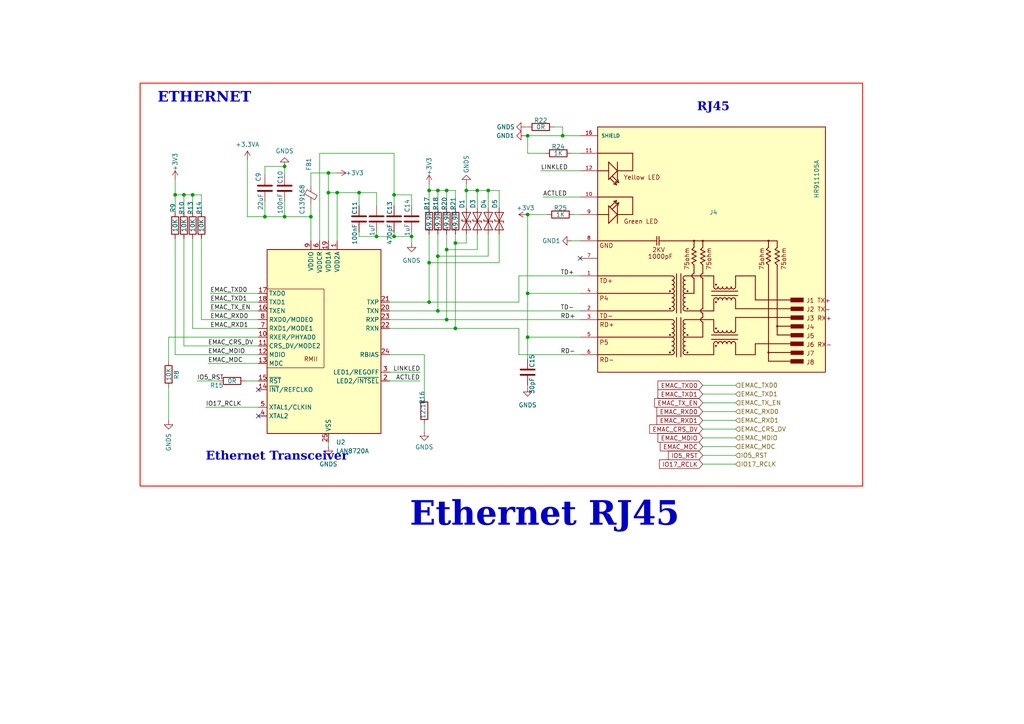
<source format=kicad_sch>
(kicad_sch (version 20231120) (generator "eeschema") (generator_version "8.0")
  (paper "A4")
  (lib_symbols
    (symbol "Device:C" (pin_numbers hide) (pin_names (offset 0.254))
      (property "Reference" "C" (at 0.635 2.54 0))
      (property "Value" "C" (at 0.635 -2.54 0))
      (symbol "C_1_1"
        (pin passive line (at 0 3.81 270) (length 2.794) (name "~") (number "1"))
        (pin passive line (at 0 -3.81 90) (length 2.794) (name "~") (number "2"))
      )
    )
    (symbol "Device:FerriteBead_Small" (pin_numbers hide) (pin_names (offset 0))
      (property "Reference" "FB" (at 1.905 1.27 0))
      (property "Value" "FerriteBead_Small" (at 1.905 -1.27 0))
      (symbol "FerriteBead_Small_1_1"
        (pin passive line (at 0 2.54 270) (length 1.27) (name "~") (number "1"))
        (pin passive line (at 0 -2.54 90) (length 1.27) (name "~") (number "2"))
      )
    )
    (symbol "Device:R" (pin_numbers hide) (pin_names (offset 0))
      (property "Reference" "R" (at 2.032 0 90))
      (property "Value" "R" (at 0 0 90))
      (symbol "R_1_1"
        (pin passive line (at 0 3.81 270) (length 1.27) (name "~") (number "1"))
        (pin passive line (at 0 -3.81 90) (length 1.27) (name "~") (number "2"))
      )
    )
    (symbol "Diode:ESD9B3.3ST5G" (pin_numbers hide) (pin_names (offset 1.016) hide)
      (property "Reference" "D" (at 0 2.54 0))
      (property "Value" "ESD9B3.3ST5G" (at 0 -2.54 0))
      (symbol "ESD9B3.3ST5G_1_1"
        (pin passive line (at -3.81 0 0) (length 2.54) (name "A1") (number "1"))
        (pin passive line (at 3.81 0 180) (length 2.54) (name "A2") (number "2"))
      )
    )
    (symbol "HR911105A:HR911105A" (pin_names (offset 1.016))
      (property "Reference" "J1" (at 36.195 1.27 0))
      (property "Value" "HR911105A" (at 30.48 -26.035 90))
      (symbol "HR911105A_0_0"
        (text "1000pF" (at -18.5009 1.2418 0) (effects (font (size 1.2759 1.2759)) (justify left bottom)))
        (text "2KV" (at -17.2312 -0.672 0) (effects (font (size 1.2764 1.2764)) (justify left bottom)))
        (text "75ohm" (at -6.39 -0.6549 900) (effects (font (size 1.278 1.278)) (justify left bottom)))
        (text "75ohm" (at 0 -0.6673 900) (effects (font (size 1.2758 1.2758)) (justify left bottom)))
        (text "75ohm" (at 15.335 -0.6618 900) (effects (font (size 1.2779 1.2779)) (justify left bottom)))
        (text "75ohm" (at 21.6925 -0.6552 900) (effects (font (size 1.276 1.276)) (justify left bottom)))
        (text "GND" (at -32.5483 -1.9146 0) (effects (font (size 1.2764 1.2764)) (justify left bottom)))
        (text "Green LED" (at -25.4919 -8.9222 0) (effects (font (size 1.2757 1.2757)) (justify left bottom)))
        (text "J1 TX+" (at 27.4391 14.0069 0) (effects (font (size 1.2765 1.2765)) (justify left bottom)))
        (text "J2 TX-" (at 27.4571 16.5812 0) (effects (font (size 1.2773 1.2773)) (justify left bottom)))
        (text "J3 RX+" (at 27.4566 19.1518 0) (effects (font (size 1.2771 1.2771)) (justify left bottom)))
        (text "J4" (at 27.4594 21.7053 0) (effects (font (size 1.2773 1.2773)) (justify left bottom)))
        (text "J5" (at 27.4773 24.265 0) (effects (font (size 1.2782 1.2782)) (justify left bottom)))
        (text "J6 RX-" (at 27.4683 26.8166 0) (effects (font (size 1.2777 1.2777)) (justify left bottom)))
        (text "J7" (at 27.469 29.3671 0) (effects (font (size 1.2778 1.2778)) (justify left bottom)))
        (text "J8" (at 27.4681 31.9296 0) (effects (font (size 1.2777 1.2777)) (justify left bottom)))
        (text "P4" (at -32.5444 13.4006 0) (effects (font (size 1.2763 1.2763)) (justify left bottom)))
        (text "P5" (at -32.5348 26.1555 0) (effects (font (size 1.2759 1.2759)) (justify left bottom)))
        (text "RD+" (at -32.4935 21.0252 0) (effects (font (size 1.2743 1.2743)) (justify left bottom)))
        (text "RD-" (at -32.4987 31.2242 0) (effects (font (size 1.2745 1.2745)) (justify left bottom)))
        (text "TD+" (at -32.5695 8.302 0) (effects (font (size 1.2772 1.2772)) (justify left bottom)))
        (text "TD-" (at -32.5142 18.4885 0) (effects (font (size 1.2751 1.2751)) (justify left bottom)))
        (text "Yellow LED" (at -25.5352 -21.705 0) (effects (font (size 1.2791 1.2791)) (justify left bottom)))
        (pin passive line (at -38.1 7.62 0) (length 5.08) (name "~") (number "1"))
        (pin passive line (at -38.1 -15.24 0) (length 5.08) (name "~") (number "10"))
        (pin passive line (at -38.1 -27.94 0) (length 5.08) (name "~") (number "11"))
        (pin passive line (at -38.1 -22.86 0) (length 5.08) (name "~") (number "12"))
        (pin passive line (at -38.1 -33.02 0) (length 5.08) (name "SHIELD") (number "15"))
        (pin passive line (at -38.1 -33.02 0) (length 5.08) (name "SHIELD") (number "16"))
        (pin passive line (at -38.1 17.78 0) (length 5.08) (name "~") (number "2"))
        (pin passive line (at -38.1 20.32 0) (length 5.08) (name "~") (number "3"))
        (pin passive line (at -38.1 12.7 0) (length 5.08) (name "~") (number "4"))
        (pin passive line (at -38.1 25.4 0) (length 5.08) (name "~") (number "5"))
        (pin passive line (at -38.1 30.48 0) (length 5.08) (name "~") (number "6"))
        (pin power_in line (at -38.1 -2.54 0) (length 5.08) (name "~") (number "8"))
        (pin passive line (at -38.1 -10.16 0) (length 5.08) (name "~") (number "9"))
      )
      (symbol "HR911105A_1_0"
        (pin power_in line (at -38.1 2.54 0) (length 5.08) (name "~") (number "7"))
      )
    )
    (symbol "Interface_Ethernet:LAN8720A"
      (property "Reference" "U" (at -13.97 29.21 0))
      (property "Value" "LAN8720A" (at 15.24 29.21 0))
      (symbol "LAN8720A_0_0"
        (text "RMII" (at -5.08 -3.81 0) (effects (font (size 1.27 1.27))))
      )
      (symbol "LAN8720A_1_1"
        (pin power_in line (at 2.54 30.48 270) (length 2.54) (name "VDD2A") (number "1"))
        (pin output line (at -20.32 2.54 0) (length 2.54) (name "RXER/PHYAD0") (number "10"))
        (pin bidirectional line (at -20.32 0 0) (length 2.54) (name "CRS_DV/MODE2") (number "11"))
        (pin bidirectional line (at -20.32 -2.54 0) (length 2.54) (name "MDIO") (number "12"))
        (pin input line (at -20.32 -5.08 0) (length 2.54) (name "MDC") (number "13"))
        (pin output line (at -20.32 -12.7 0) (length 2.54) (name "~{INT}/REFCLKO") (number "14"))
        (pin input line (at -20.32 -10.16 0) (length 2.54) (name "~{RST}") (number "15"))
        (pin input line (at -20.32 10.16 0) (length 2.54) (name "TXEN") (number "16"))
        (pin input line (at -20.32 15.24 0) (length 2.54) (name "TXD0") (number "17"))
        (pin input line (at -20.32 12.7 0) (length 2.54) (name "TXD1") (number "18"))
        (pin power_in line (at 0 30.48 270) (length 2.54) (name "VDD1A") (number "19"))
        (pin bidirectional line (at 17.78 -10.16 180) (length 2.54) (name "LED2/~{INTSEL}") (number "2"))
        (pin bidirectional line (at 17.78 10.16 180) (length 2.54) (name "TXN") (number "20"))
        (pin bidirectional line (at 17.78 12.7 180) (length 2.54) (name "TXP") (number "21"))
        (pin bidirectional line (at 17.78 5.08 180) (length 2.54) (name "RXN") (number "22"))
        (pin bidirectional line (at 17.78 7.62 180) (length 2.54) (name "RXP") (number "23"))
        (pin passive line (at 17.78 -2.54 180) (length 2.54) (name "RBIAS") (number "24"))
        (pin power_in line (at 0 -27.94 90) (length 2.54) (name "VSS") (number "25"))
        (pin bidirectional line (at 17.78 -7.62 180) (length 2.54) (name "LED1/REGOFF") (number "3"))
        (pin output line (at -20.32 -20.32 0) (length 2.54) (name "XTAL2") (number "4"))
        (pin input line (at -20.32 -17.78 0) (length 2.54) (name "XTAL1/CLKIN") (number "5"))
        (pin power_in line (at -2.54 30.48 270) (length 2.54) (name "VDDCR") (number "6"))
        (pin bidirectional line (at -20.32 5.08 0) (length 2.54) (name "RXD1/MODE1") (number "7"))
        (pin bidirectional line (at -20.32 7.62 0) (length 2.54) (name "RXD0/MODE0") (number "8"))
        (pin power_in line (at -5.08 30.48 270) (length 2.54) (name "VDDIO") (number "9"))
      )
    )
    (symbol "power:+3.3VA" (power) (pin_names (offset 0))
      (property "Value" "+3.3VA" (at 0 3.556 0))
      (symbol "+3.3VA_1_1"
        (pin power_in line (at 0 0 90) (length 0) hide (name "+3.3VA") (number "1"))
      )
    )
    (symbol "power:+3V3" (power) (pin_names (offset 0))
      (property "Value" "+3V3" (at 0 3.556 0))
      (symbol "+3V3_1_1"
        (pin power_in line (at 0 0 90) (length 0) hide (name "+3V3") (number "1"))
      )
    )
    (symbol "power:GND1" (power) (pin_names (offset 0))
      (property "Value" "GND1" (at 0 -3.81 0))
      (symbol "GND1_1_1"
        (pin power_in line (at 0 0 270) (length 0) hide (name "GND1") (number "1"))
      )
    )
    (symbol "power:GNDS" (power) (pin_names (offset 0))
      (property "Value" "GNDS" (at 0 -3.81 0))
      (symbol "GNDS_1_1"
        (pin power_in line (at 0 0 270) (length 0) hide (name "GNDS") (number "1"))
      )
    )
  )
  (junction (at 97.79 55.88))
  (junction (at 95.25 55.88))
  (junction (at 132.08 95.25))
  (junction (at 55.88 56.515))
  (junction (at 90.17 62.865))
  (junction (at 127 55.245))
  (junction (at 153.035 39.37))
  (junction (at 127 90.17))
  (junction (at 114.3 68.58))
  (junction (at 95.25 50.165))
  (junction (at 109.22 68.58))
  (junction (at 129.54 92.71))
  (junction (at 153.035 97.79))
  (junction (at 124.46 87.63))
  (junction (at 163.195 39.37))
  (junction (at 127 74.295))
  (junction (at 141.605 55.245))
  (junction (at 50.8 56.515))
  (junction (at 132.08 70.485))
  (junction (at 124.46 55.245))
  (junction (at 53.34 56.515))
  (junction (at 138.43 55.245))
  (junction (at 135.255 55.245))
  (junction (at 82.55 48.26))
  (junction (at 114.3 56.515))
  (junction (at 119.38 68.58))
  (junction (at 153.035 85.09))
  (junction (at 76.835 62.865))
  (junction (at 153.035 62.23))
  (junction (at 82.55 62.865))
  (junction (at 104.14 55.88))
  (junction (at 129.54 72.39))
  (junction (at 124.46 76.2))
  (junction (at 129.54 55.245))
  (no_connect (at 74.93 120.65))
  (no_connect (at 168.275 74.93))
  (no_connect (at 74.93 113.03))
  (wire (pts (xy 127 67.945) (xy 127 74.295)))
  (wire (pts (xy 127 90.17) (xy 168.275 90.17)))
  (wire (pts (xy 153.035 62.23) (xy 158.75 62.23)))
  (wire (pts (xy 153.035 44.45) (xy 153.035 39.37)))
  (wire (pts (xy 124.46 53.34) (xy 124.46 55.245)))
  (wire (pts (xy 129.54 92.71) (xy 168.275 92.71)))
  (wire (pts (xy 48.895 97.79) (xy 74.93 97.79)))
  (wire (pts (xy 129.54 55.245) (xy 129.54 60.325)))
  (wire (pts (xy 97.79 55.88) (xy 97.79 69.85)))
  (wire (pts (xy 203.835 121.92) (xy 213.36 121.92)))
  (wire (pts (xy 109.22 68.58) (xy 114.3 68.58)))
  (wire (pts (xy 163.195 39.37) (xy 168.275 39.37)))
  (wire (pts (xy 144.78 76.2) (xy 124.46 76.2)))
  (wire (pts (xy 95.25 50.165) (xy 95.25 55.88)))
  (wire (pts (xy 124.46 67.945) (xy 124.46 76.2)))
  (wire (pts (xy 114.3 56.515) (xy 114.3 59.69)))
  (wire (pts (xy 76.835 48.26) (xy 82.55 48.26)))
  (wire (pts (xy 82.55 62.865) (xy 90.17 62.865)))
  (wire (pts (xy 150.495 102.87) (xy 168.275 102.87)))
  (wire (pts (xy 82.55 58.42) (xy 82.55 62.865)))
  (wire (pts (xy 127 55.245) (xy 127 60.325)))
  (wire (pts (xy 55.88 95.25) (xy 74.93 95.25)))
  (wire (pts (xy 121.92 107.95) (xy 113.03 107.95)))
  (wire (pts (xy 132.08 60.325) (xy 132.08 55.245)))
  (wire (pts (xy 141.605 67.945) (xy 141.605 74.295)))
  (wire (pts (xy 153.035 62.23) (xy 153.035 85.09)))
  (wire (pts (xy 90.17 59.055) (xy 90.17 62.865)))
  (wire (pts (xy 129.54 55.245) (xy 127 55.245)))
  (wire (pts (xy 58.42 56.515) (xy 55.88 56.515)))
  (wire (pts (xy 203.835 134.62) (xy 213.36 134.62)))
  (wire (pts (xy 150.495 80.01) (xy 168.275 80.01)))
  (wire (pts (xy 109.22 55.88) (xy 109.22 59.69)))
  (wire (pts (xy 55.88 69.215) (xy 55.88 95.25)))
  (wire (pts (xy 203.835 129.54) (xy 213.36 129.54)))
  (wire (pts (xy 58.42 61.595) (xy 58.42 56.515)))
  (wire (pts (xy 113.03 110.49) (xy 121.793 110.49)))
  (wire (pts (xy 53.34 56.515) (xy 50.8 56.515)))
  (wire (pts (xy 165.735 69.85) (xy 168.275 69.85)))
  (wire (pts (xy 53.34 56.515) (xy 53.34 61.595)))
  (wire (pts (xy 141.605 55.245) (xy 144.78 55.245)))
  (wire (pts (xy 135.255 70.485) (xy 132.08 70.485)))
  (wire (pts (xy 132.08 67.945) (xy 132.08 70.485)))
  (wire (pts (xy 90.17 53.975) (xy 90.17 50.165)))
  (wire (pts (xy 168.275 44.45) (xy 165.735 44.45)))
  (wire (pts (xy 158.115 44.45) (xy 153.035 44.45)))
  (wire (pts (xy 97.79 50.165) (xy 95.25 50.165)))
  (wire (pts (xy 203.835 111.76) (xy 213.36 111.76)))
  (wire (pts (xy 135.255 55.245) (xy 135.255 53.34)))
  (wire (pts (xy 141.605 55.245) (xy 141.605 60.325)))
  (wire (pts (xy 124.46 55.245) (xy 124.46 60.325)))
  (wire (pts (xy 138.43 55.245) (xy 138.43 60.325)))
  (wire (pts (xy 114.3 67.31) (xy 114.3 68.58)))
  (wire (pts (xy 119.38 56.515) (xy 119.38 59.69)))
  (wire (pts (xy 95.25 69.85) (xy 95.25 55.88)))
  (wire (pts (xy 129.54 67.945) (xy 129.54 72.39)))
  (wire (pts (xy 60.96 85.09) (xy 74.93 85.09)))
  (wire (pts (xy 150.495 102.87) (xy 150.495 95.25)))
  (wire (pts (xy 57.15 110.49) (xy 63.5 110.49)))
  (wire (pts (xy 135.255 67.945) (xy 135.255 70.485)))
  (wire (pts (xy 114.3 56.515) (xy 119.38 56.515)))
  (wire (pts (xy 58.42 69.215) (xy 58.42 92.71)))
  (wire (pts (xy 60.96 90.17) (xy 74.93 90.17)))
  (wire (pts (xy 144.78 55.245) (xy 144.78 60.325)))
  (wire (pts (xy 156.845 49.53) (xy 168.275 49.53)))
  (wire (pts (xy 119.38 67.31) (xy 119.38 68.58)))
  (wire (pts (xy 160.655 36.83) (xy 163.195 36.83)))
  (wire (pts (xy 104.14 68.58) (xy 109.22 68.58)))
  (wire (pts (xy 58.42 92.71) (xy 74.93 92.71)))
  (wire (pts (xy 55.88 56.515) (xy 55.88 61.595)))
  (wire (pts (xy 153.035 112.395) (xy 153.035 111.76)))
  (wire (pts (xy 123.063 122.936) (xy 123.063 125.222)))
  (wire (pts (xy 150.495 87.63) (xy 150.495 80.01)))
  (wire (pts (xy 203.835 127) (xy 213.36 127)))
  (wire (pts (xy 138.43 72.39) (xy 129.54 72.39)))
  (wire (pts (xy 50.8 69.215) (xy 50.8 102.87)))
  (wire (pts (xy 203.835 132.08) (xy 213.36 132.08)))
  (wire (pts (xy 166.37 62.23) (xy 168.275 62.23)))
  (wire (pts (xy 153.035 85.09) (xy 168.275 85.09)))
  (wire (pts (xy 71.12 110.49) (xy 74.93 110.49)))
  (wire (pts (xy 114.3 68.58) (xy 119.38 68.58)))
  (wire (pts (xy 144.78 67.945) (xy 144.78 76.2)))
  (wire (pts (xy 113.03 92.71) (xy 129.54 92.71)))
  (wire (pts (xy 48.895 97.79) (xy 48.895 104.775)))
  (wire (pts (xy 127 55.245) (xy 124.46 55.245)))
  (wire (pts (xy 71.755 62.865) (xy 76.835 62.865)))
  (wire (pts (xy 53.34 100.33) (xy 74.93 100.33)))
  (wire (pts (xy 153.035 104.14) (xy 153.035 97.79)))
  (wire (pts (xy 152.4 39.37) (xy 153.035 39.37)))
  (wire (pts (xy 104.14 55.88) (xy 104.14 59.69)))
  (wire (pts (xy 123.063 102.87) (xy 113.03 102.87)))
  (wire (pts (xy 132.08 95.25) (xy 113.03 95.25)))
  (wire (pts (xy 123.063 102.87) (xy 123.063 115.316)))
  (wire (pts (xy 104.14 68.58) (xy 104.14 67.31)))
  (wire (pts (xy 59.69 118.11) (xy 74.93 118.11)))
  (wire (pts (xy 153.035 97.79) (xy 153.035 85.09)))
  (wire (pts (xy 50.8 56.515) (xy 50.8 52.07)))
  (wire (pts (xy 113.03 87.63) (xy 124.46 87.63)))
  (wire (pts (xy 157.48 57.15) (xy 168.275 57.15)))
  (wire (pts (xy 48.895 121.92) (xy 48.895 112.395)))
  (wire (pts (xy 127 74.295) (xy 127 90.17)))
  (wire (pts (xy 95.25 55.88) (xy 97.79 55.88)))
  (wire (pts (xy 76.835 50.8) (xy 76.835 48.26)))
  (wire (pts (xy 71.755 46.355) (xy 71.755 62.865)))
  (wire (pts (xy 150.495 95.25) (xy 132.08 95.25)))
  (wire (pts (xy 163.195 36.83) (xy 163.195 39.37)))
  (wire (pts (xy 76.835 58.42) (xy 76.835 62.865)))
  (wire (pts (xy 138.43 55.245) (xy 141.605 55.245)))
  (wire (pts (xy 132.08 55.245) (xy 129.54 55.245)))
  (wire (pts (xy 95.25 129.54) (xy 95.25 128.27)))
  (wire (pts (xy 135.255 55.245) (xy 138.43 55.245)))
  (wire (pts (xy 203.835 116.84) (xy 213.36 116.84)))
  (wire (pts (xy 138.43 67.945) (xy 138.43 72.39)))
  (wire (pts (xy 50.8 102.87) (xy 74.93 102.87)))
  (wire (pts (xy 53.34 69.215) (xy 53.34 100.33)))
  (wire (pts (xy 203.835 119.38) (xy 213.36 119.38)))
  (wire (pts (xy 97.79 55.88) (xy 104.14 55.88)))
  (wire (pts (xy 60.96 87.63) (xy 74.93 87.63)))
  (wire (pts (xy 114.3 44.45) (xy 92.71 44.45)))
  (wire (pts (xy 152.4 36.83) (xy 153.035 36.83)))
  (wire (pts (xy 119.38 68.58) (xy 119.38 70.485)))
  (wire (pts (xy 135.255 60.325) (xy 135.255 55.245)))
  (wire (pts (xy 141.605 74.295) (xy 127 74.295)))
  (wire (pts (xy 55.88 56.515) (xy 53.34 56.515)))
  (wire (pts (xy 203.835 114.3) (xy 213.36 114.3)))
  (wire (pts (xy 153.035 97.79) (xy 168.275 97.79)))
  (wire (pts (xy 92.71 44.45) (xy 92.71 69.85)))
  (wire (pts (xy 82.55 48.26) (xy 82.55 50.8)))
  (wire (pts (xy 114.3 56.515) (xy 114.3 44.45)))
  (wire (pts (xy 124.46 76.2) (xy 124.46 87.63)))
  (wire (pts (xy 76.835 62.865) (xy 82.55 62.865)))
  (wire (pts (xy 104.14 55.88) (xy 109.22 55.88)))
  (wire (pts (xy 90.17 50.165) (xy 95.25 50.165)))
  (wire (pts (xy 132.08 70.485) (xy 132.08 95.25)))
  (wire (pts (xy 113.03 90.17) (xy 127 90.17)))
  (wire (pts (xy 153.035 39.37) (xy 163.195 39.37)))
  (wire (pts (xy 129.54 72.39) (xy 129.54 92.71)))
  (wire (pts (xy 60.325 105.41) (xy 74.93 105.41)))
  (wire (pts (xy 109.22 68.58) (xy 109.22 67.31)))
  (wire (pts (xy 124.46 87.63) (xy 150.495 87.63)))
  (wire (pts (xy 203.835 124.46) (xy 213.36 124.46)))
  (wire (pts (xy 90.17 62.865) (xy 90.17 69.85)))
  (wire (pts (xy 50.8 56.515) (xy 50.8 61.595)))
  (rectangle (start 40.64 24.13) (end 250.19 140.97) (stroke (width 0.3) (color 255 34 15 1)))
  (text "Ethernet Transceiver" (at 59.69 134.62 0) (effects (font (size 2.5 2.5) (thickness 0.6) (bold yes)) (justify left bottom)))
  (text "ETHERNET" (at 45.72 30.988 0) (effects (font (size 3 3) (thickness 0.6) (bold yes)) (justify left bottom)))
  (text "Ethernet RJ45" (at 118.872 155.448 0) (effects (font (size 7 7) (thickness 0.3) (bold yes)) (justify left bottom)))
  (text "RJ45" (at 202.184 33.274 0) (effects (font (size 2.5 2.5) (thickness 0.6) (bold yes)) (justify left bottom)))
  (label "EMAC_TXD0" (at 60.96 85.09 0))
  (label "EMAC_MDIO" (at 60.325 102.87 0))
  (label "EMAC_TX_EN" (at 60.96 90.17 0))
  (label "ACTLED" (at 121.793 110.49 180))
  (label "EMAC_CRS_DV" (at 60.325 100.33 0))
  (label "LINKLED" (at 121.92 107.95 180))
  (label "EMAC_MDC" (at 60.325 105.41 0))
  (label "RD+" (at 162.56 92.71 0))
  (label "LINKLED" (at 156.845 49.53 0))
  (label "IO5_RST" (at 57.15 110.49 0))
  (label "EMAC_RXD0" (at 60.96 92.71 0))
  (label "IO17_RCLK" (at 59.69 118.11 0))
  (label "TD+" (at 162.56 80.01 0))
  (label "EMAC_RXD1" (at 60.96 95.25 0))
  (label "ACTLED" (at 157.48 57.15 0))
  (label "TD-" (at 162.56 90.17 0))
  (label "EMAC_TXD1" (at 60.96 87.63 0))
  (label "RD-" (at 162.56 102.87 0))
  (global_label "EMAC_CRS_DV" (shape input) (at 203.835 124.46 180) (property "Intersheetrefs" "${INTERSHEET_REFS}" (effects (hide yes))))
  (global_label "EMAC_MDIO" (shape input) (at 203.835 127 180) (property "Intersheetrefs" "${INTERSHEET_REFS}" (effects (hide yes))))
  (global_label "EMAC_MDC" (shape input) (at 203.835 129.54 180) (property "Intersheetrefs" "${INTERSHEET_REFS}" (effects (hide yes))))
  (global_label "EMAC_TXD1" (shape input) (at 203.835 114.3 180) (property "Intersheetrefs" "${INTERSHEET_REFS}" (effects (hide yes))))
  (global_label "EMAC_RXD1" (shape input) (at 203.835 121.92 180) (property "Intersheetrefs" "${INTERSHEET_REFS}" (effects (hide yes))))
  (global_label "IO17_RCLK" (shape input) (at 203.835 134.62 180) (property "Intersheetrefs" "${INTERSHEET_REFS}" (effects (hide yes))))
  (global_label "EMAC_TX_EN" (shape input) (at 203.835 116.84 180) (property "Intersheetrefs" "${INTERSHEET_REFS}" (effects (hide yes))))
  (global_label "EMAC_TXD0" (shape input) (at 203.835 111.76 180) (property "Intersheetrefs" "${INTERSHEET_REFS}" (effects (hide yes))))
  (global_label "IO5_RST" (shape input) (at 203.835 132.08 180) (property "Intersheetrefs" "${INTERSHEET_REFS}" (effects (hide yes))))
  (global_label "EMAC_RXD0" (shape input) (at 203.835 119.38 180) (property "Intersheetrefs" "${INTERSHEET_REFS}" (effects (hide yes))))
  (hierarchical_label "EMAC_MDIO" (shape input) (at 213.36 127 0))
  (hierarchical_label "EMAC_TX_EN" (shape input) (at 213.36 116.84 0))
  (hierarchical_label "EMAC_MDC" (shape input) (at 213.36 129.54 0))
  (hierarchical_label "EMAC_TXD0" (shape input) (at 213.36 111.76 0))
  (hierarchical_label "IO17_RCLK" (shape input) (at 213.36 134.62 0))
  (hierarchical_label "EMAC_RXD0" (shape input) (at 213.36 119.38 0))
  (hierarchical_label "EMAC_TXD1" (shape input) (at 213.36 114.3 0))
  (hierarchical_label "EMAC_CRS_DV" (shape input) (at 213.36 124.46 0))
  (hierarchical_label "IO5_RST" (shape input) (at 213.36 132.08 0))
  (hierarchical_label "EMAC_RXD1" (shape input) (at 213.36 121.92 0))
  (symbol (lib_id "Device:R") (at 67.31 110.49 270) (unit 1)
    (property "Reference" "R15" (at 62.865 111.76 90))
    (property "Value" "0R" (at 67.31 110.49 90))
    (property "Footprint" "Resistor_SMD:R_0402_1005Metric" (effects (hide yes)))
  )
  (symbol (lib_id "Device:R") (at 55.88 65.405 180) (unit 1)
    (property "Reference" "R13" (at 55.245 60.325 90))
    (property "Value" "10K" (at 55.88 65.405 90))
    (property "Footprint" "Resistor_SMD:R_0402_1005Metric" (effects (hide yes)))
  )
  (symbol (lib_id "Device:R") (at 50.8 65.405 180) (unit 1)
    (property "Reference" "R9" (at 50.165 60.325 90))
    (property "Value" "10K" (at 50.8 65.405 90))
    (property "Footprint" "Resistor_SMD:R_0402_1005Metric" (effects (hide yes)))
  )
  (symbol (lib_id "Device:R") (at 123.063 119.126 180) (unit 1)
    (property "Reference" "R16" (at 122.428 115.316 90))
    (property "Value" "12.1K" (at 122.682 118.618 90))
    (property "Footprint" "Resistor_SMD:R_0402_1005Metric" (effects (hide yes)))
  )
  (symbol (lib_id "Diode:ESD9B3.3ST5G") (at 144.78 64.135 90) (unit 1)
    (property "Reference" "D5" (at 143.51 57.785 0) (effects (justify right)))
    (property "Value" "ESD9B3.3ST5G" (effects (hide yes)))
    (property "Footprint" "Diode_SMD:D_SOD-923" (effects (hide yes)))
    (property "Datasheet" "https://www.onsemi.com/pub/Collateral/ESD9B-D.PDF" (effects (hide yes)))
  )
  (symbol (lib_id "Diode:ESD9B3.3ST5G") (at 141.605 64.135 90) (unit 1)
    (property "Reference" "D4" (at 140.335 57.785 0) (effects (justify right)))
    (property "Value" "ESD9B3.3ST5G" (effects (hide yes)))
    (property "Footprint" "Diode_SMD:D_SOD-923" (effects (hide yes)))
    (property "Datasheet" "https://www.onsemi.com/pub/Collateral/ESD9B-D.PDF" (effects (hide yes)))
  )
  (symbol (lib_id "power:GNDS") (at 153.035 112.395 0) (unit 1)
    (property "Reference" "#PWR030" (effects (hide yes)))
    (property "Value" "GNDS" (at 153.035 117.475 0))
  )
  (symbol (lib_id "Device:C") (at 114.3 63.5 180) (unit 1)
    (property "Reference" "C13" (at 113.03 60.325 90))
    (property "Value" "470pF" (at 113.03 67.945 90))
    (property "Footprint" "Capacitor_SMD:C_0603_1608Metric" (effects (hide yes)))
  )
  (symbol (lib_id "Device:R") (at 58.42 65.405 180) (unit 1)
    (property "Reference" "R14" (at 57.785 60.325 90))
    (property "Value" "10K" (at 58.42 65.405 90))
    (property "Footprint" "Resistor_SMD:R_0402_1005Metric" (effects (hide yes)))
  )
  (symbol (lib_id "power:GNDS") (at 95.25 129.54 0) (unit 1)
    (property "Reference" "#PWR016" (effects (hide yes)))
    (property "Value" "GNDS" (at 95.25 134.62 0))
  )
  (symbol (lib_id "power:GNDS") (at 123.063 125.222 0) (unit 1)
    (property "Reference" "#PWR020" (effects (hide yes)))
    (property "Value" "GNDS" (at 123.063 129.667 0))
  )
  (symbol (lib_id "power:+3V3") (at 50.8 52.07 0) (unit 1)
    (property "Reference" "#PWR09" (effects (hide yes)))
    (property "Value" "+3V3" (at 50.8 46.99 90))
  )
  (symbol (lib_id "Device:R") (at 48.895 108.585 180) (unit 1)
    (property "Reference" "R8" (at 51.181 108.712 90))
    (property "Value" "10K" (at 48.895 108.585 90))
    (property "Footprint" "Resistor_SMD:R_0402_1005Metric" (effects (hide yes)))
  )
  (symbol (lib_id "power:+3V3") (at 153.035 62.23 90) (unit 1)
    (property "Reference" "#PWR029" (effects (hide yes)))
    (property "Value" "+3V3" (at 152.4 60.325 90))
  )
  (symbol (lib_id "power:GNDS") (at 152.4 36.83 270) (unit 1)
    (property "Reference" "#PWR024" (effects (hide yes)))
    (property "Value" "GNDS" (at 146.685 36.83 90))
  )
  (symbol (lib_id "Device:R") (at 161.925 44.45 270) (unit 1)
    (property "Reference" "R24" (at 161.925 42.545 90))
    (property "Value" "1K" (at 161.925 44.45 90))
    (property "Footprint" "Resistor_SMD:R_0603_1608Metric" (effects (hide yes)))
  )
  (symbol (lib_id "power:GNDS") (at 135.255 53.34 180) (unit 1)
    (property "Reference" "#PWR022" (effects (hide yes)))
    (property "Value" "GNDS" (at 135.255 47.625 90))
  )
  (symbol (lib_id "Device:C") (at 82.55 54.61 180) (unit 1)
    (property "Reference" "C10" (at 81.28 51.435 90))
    (property "Value" "100nF" (at 81.28 59.055 90))
    (property "Footprint" "Capacitor_SMD:C_0603_1608Metric" (effects (hide yes)))
  )
  (symbol (lib_id "Diode:ESD9B3.3ST5G") (at 135.255 64.135 90) (unit 1)
    (property "Reference" "D1" (at 133.985 57.785 0) (effects (justify right)))
    (property "Value" "ESD9B3.3ST5G" (effects (hide yes)))
    (property "Footprint" "Diode_SMD:D_SOD-923" (effects (hide yes)))
    (property "Datasheet" "https://www.onsemi.com/pub/Collateral/ESD9B-D.PDF" (effects (hide yes)))
  )
  (symbol (lib_id "power:+3V3") (at 97.79 50.165 270) (unit 1)
    (property "Reference" "#PWR017" (effects (hide yes)))
    (property "Value" "+3V3" (at 102.87 50.165 90))
  )
  (symbol (lib_id "power:GNDS") (at 82.55 48.26 180) (unit 1)
    (property "Reference" "#PWR015" (effects (hide yes)))
    (property "Value" "GNDS" (at 82.55 43.815 0))
  )
  (symbol (lib_id "Device:R") (at 129.54 64.135 180) (unit 1)
    (property "Reference" "R20" (at 128.905 59.055 90))
    (property "Value" "49.9R" (at 129.54 64.135 90))
    (property "Footprint" "Resistor_SMD:R_0603_1608Metric" (effects (hide yes)))
  )
  (symbol (lib_id "Device:R") (at 53.34 65.405 180) (unit 1)
    (property "Reference" "R10" (at 52.705 60.325 90))
    (property "Value" "10K" (at 53.34 65.405 90))
    (property "Footprint" "Resistor_SMD:R_0402_1005Metric" (effects (hide yes)))
  )
  (symbol (lib_id "power:GND1") (at 152.4 39.37 270) (unit 1)
    (property "Reference" "#PWR027" (effects (hide yes)))
    (property "Value" "GND1" (at 149.225 39.37 90) (effects (justify right)))
  )
  (symbol (lib_id "Interface_Ethernet:LAN8720A") (at 95.25 100.33 0) (unit 1)
    (property "Reference" "U2" (at 97.4441 128.27 0) (effects (justify left)))
    (property "Value" "LAN8720A" (at 97.4441 130.81 0) (effects (justify left)))
    (property "Footprint" "Package_DFN_QFN:VQFN-24-1EP_4x4mm_P0.5mm_EP2.5x2.5mm_ThermalVias" (effects (hide yes)))
    (property "Datasheet" "http://ww1.microchip.com/downloads/en/DeviceDoc/8720a.pdf" (effects (hide yes)))
  )
  (symbol (lib_id "power:GND1") (at 165.735 69.85 270) (unit 1)
    (property "Reference" "#PWR031" (effects (hide yes)))
    (property "Value" "GND1" (at 162.56 69.85 90) (effects (justify right)))
  )
  (symbol (lib_id "Device:R") (at 162.56 62.23 270) (unit 1)
    (property "Reference" "R25" (at 162.56 60.325 90))
    (property "Value" "1K" (at 162.56 62.23 90))
    (property "Footprint" "Resistor_SMD:R_0603_1608Metric" (effects (hide yes)))
  )
  (symbol (lib_id "Device:R") (at 127 64.135 180) (unit 1)
    (property "Reference" "R18" (at 126.365 59.055 90))
    (property "Value" "49.9R" (at 127 64.135 90))
    (property "Footprint" "Resistor_SMD:R_0603_1608Metric" (effects (hide yes)))
  )
  (symbol (lib_id "power:GNDS") (at 48.895 121.92 0) (unit 1)
    (property "Reference" "#PWR08" (effects (hide yes)))
    (property "Value" "GNDS" (at 48.895 128.27 90))
  )
  (symbol (lib_id "Device:C") (at 104.14 63.5 180) (unit 1)
    (property "Reference" "C11" (at 102.87 60.325 90))
    (property "Value" "100nF" (at 102.87 67.945 90))
    (property "Footprint" "Capacitor_SMD:C_0402_1005Metric" (effects (hide yes)))
  )
  (symbol (lib_id "HR911105A:HR911105A") (at 206.375 72.39 0) (mirror x) (unit 1)
    (property "Reference" "J4" (at 205.74 61.595 0) (effects (justify left)))
    (property "Value" "HR911105A" (at 236.855 46.355 90) (effects (justify left)))
    (property "Footprint" "HR911105A:HANRUN_HR911105A" (effects (hide yes)))
    (property "Description" "\n" (effects (hide yes)))
    (property "MF" "hanrun" (effects (hide yes)))
    (property "DESCRIPTION" "DIP RJ45 Connector;" (effects (hide yes)))
    (property "PACKAGE" "None" (effects (hide yes)))
    (property "PRICE" "None" (effects (hide yes)))
    (property "Package" "None" (effects (hide yes)))
    (property "Check_prices" "https://www.snapeda.com/parts/HR911105A/HanRun/view-part/?ref=eda" (effects (hide yes)))
    (property "STANDARD" "Manufacturer Recommendation" (effects (hide yes)))
    (property "PARTREV" "A" (effects (hide yes)))
    (property "SnapEDA_Link" "https://www.snapeda.com/parts/HR911105A/HanRun/view-part/?ref=snap" (effects (hide yes)))
    (property "MP" "HR911105A" (effects (hide yes)))
    (property "Price" "None" (effects (hide yes)))
    (property "Availability" "Not in stock" (effects (hide yes)))
    (property "AVAILABILITY" "Unavailable" (effects (hide yes)))
  )
  (symbol (lib_id "power:+3.3VA") (at 71.755 46.355 0) (unit 1)
    (property "Reference" "#PWR014" (effects (hide yes)))
    (property "Value" "+3.3VA" (at 71.755 41.91 0))
  )
  (symbol (lib_id "Device:R") (at 132.08 64.135 180) (unit 1)
    (property "Reference" "R21" (at 131.445 59.055 90))
    (property "Value" "49.9R" (at 132.08 64.135 90))
    (property "Footprint" "Resistor_SMD:R_0603_1608Metric" (effects (hide yes)))
  )
  (symbol (lib_id "power:GNDS") (at 119.38 70.485 0) (unit 1)
    (property "Reference" "#PWR019" (effects (hide yes)))
    (property "Value" "GNDS" (at 119.38 75.565 0))
  )
  (symbol (lib_id "Device:R") (at 124.46 64.135 180) (unit 1)
    (property "Reference" "R17" (at 123.825 59.055 90))
    (property "Value" "49.9R" (at 124.46 64.135 90))
    (property "Footprint" "Resistor_SMD:R_0603_1608Metric" (effects (hide yes)))
  )
  (symbol (lib_id "Device:C") (at 119.38 63.5 180) (unit 1)
    (property "Reference" "C14" (at 118.11 59.69 90))
    (property "Value" "1uF" (at 118.11 66.675 90))
    (property "Footprint" "Capacitor_SMD:C_0603_1608Metric" (effects (hide yes)))
  )
  (symbol (lib_id "Device:C") (at 153.035 107.95 0) (unit 1)
    (property "Reference" "C15" (at 154.305 106.68 90) (effects (justify left)))
    (property "Value" "30pF" (at 154.305 114.3 90) (effects (justify left)))
    (property "Footprint" "Capacitor_SMD:C_0603_1608Metric" (effects (hide yes)))
  )
  (symbol (lib_id "power:+3V3") (at 124.46 53.34 0) (unit 1)
    (property "Reference" "#PWR021" (effects (hide yes)))
    (property "Value" "+3V3" (at 124.46 48.26 90))
  )
  (symbol (lib_id "Device:FerriteBead_Small") (at 90.17 56.515 0) (unit 1)
    (property "Reference" "FB1" (at 89.535 49.53 90) (effects (justify left)))
    (property "Value" "C139168" (at 87.63 62.23 90) (effects (justify left)))
    (property "Footprint" "Inductor_SMD:L_0805_2012Metric" (effects (hide yes)))
  )
  (symbol (lib_id "Device:C") (at 76.835 54.61 0) (unit 1)
    (property "Reference" "C9" (at 74.93 52.705 90) (effects (justify left)))
    (property "Value" "22uF" (at 75.565 60.96 90) (effects (justify left)))
    (property "Footprint" "Capacitor_SMD:C_0805_2012Metric" (effects (hide yes)))
  )
  (symbol (lib_id "Device:C") (at 109.22 63.5 180) (unit 1)
    (property "Reference" "C12" (effects (hide yes)))
    (property "Value" "1uF" (at 107.95 66.675 90))
    (property "Footprint" "Capacitor_SMD:C_0402_1005Metric" (effects (hide yes)))
  )
  (symbol (lib_id "Diode:ESD9B3.3ST5G") (at 138.43 64.135 90) (unit 1)
    (property "Reference" "D3" (at 137.16 57.785 0) (effects (justify right)))
    (property "Value" "ESD9B3.3ST5G" (effects (hide yes)))
    (property "Footprint" "Diode_SMD:D_SOD-923" (effects (hide yes)))
    (property "Datasheet" "https://www.onsemi.com/pub/Collateral/ESD9B-D.PDF" (effects (hide yes)))
  )
  (symbol (lib_id "Device:R") (at 156.845 36.83 270) (unit 1)
    (property "Reference" "R22" (at 156.845 34.925 90))
    (property "Value" "0R" (at 156.845 36.83 90))
    (property "Footprint" "Resistor_SMD:R_0603_1608Metric" (effects (hide yes)))
  )
)
</source>
